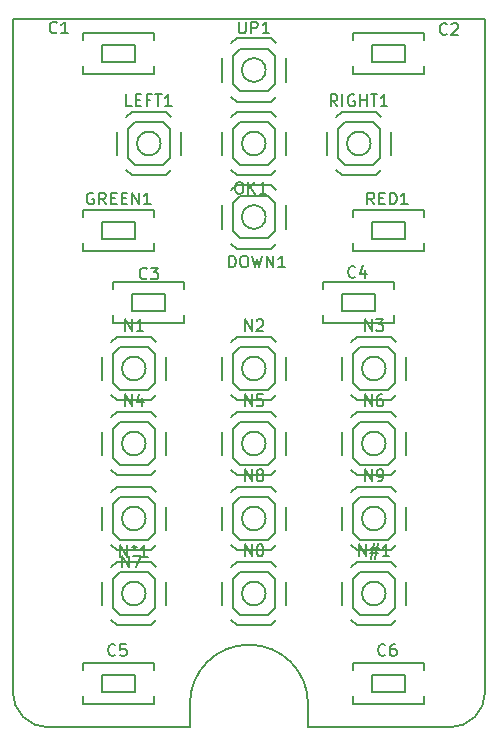
<source format=gto>
%TF.GenerationSoftware,KiCad,Pcbnew,4.0.4-stable*%
%TF.CreationDate,2017-01-23T22:58:05+02:00*%
%TF.ProjectId,keypad_prototype,6B65797061645F70726F746F74797065,rev?*%
%TF.FileFunction,Legend,Top*%
%FSLAX46Y46*%
G04 Gerber Fmt 4.6, Leading zero omitted, Abs format (unit mm)*
G04 Created by KiCad (PCBNEW 4.0.4-stable) date 01/23/17 22:58:05*
%MOMM*%
%LPD*%
G01*
G04 APERTURE LIST*
%ADD10C,0.100000*%
%ADD11C,0.150000*%
G04 APERTURE END LIST*
D10*
D11*
X169910000Y-121793000D02*
G75*
G03X169910000Y-121793000I-1000000J0D01*
G01*
X167710000Y-119993000D02*
X170110000Y-119993000D01*
X167110000Y-120593000D02*
X167710000Y-119993000D01*
X167110000Y-122993000D02*
X167110000Y-120593000D01*
X167710000Y-123593000D02*
X167110000Y-122993000D01*
X170110000Y-123593000D02*
X167710000Y-123593000D01*
X170710000Y-122993000D02*
X170110000Y-123593000D01*
X170710000Y-120593000D02*
X170710000Y-122993000D01*
X170110000Y-119993000D02*
X170710000Y-120593000D01*
X167460000Y-119093000D02*
X170360000Y-119093000D01*
X167010000Y-119543000D02*
X167460000Y-119093000D01*
X166210000Y-122793000D02*
X166210000Y-120793000D01*
X167460000Y-124493000D02*
X167010000Y-124043000D01*
X170360000Y-124493000D02*
X167460000Y-124493000D01*
X170810000Y-124043000D02*
X170360000Y-124493000D01*
X171610000Y-120793000D02*
X171610000Y-122793000D01*
X170360000Y-119093000D02*
X170810000Y-119543000D01*
X161020000Y-115570000D02*
G75*
G03X161020000Y-115570000I-1000000J0D01*
G01*
X158820000Y-113770000D02*
X161220000Y-113770000D01*
X158220000Y-114370000D02*
X158820000Y-113770000D01*
X158220000Y-116770000D02*
X158220000Y-114370000D01*
X158820000Y-117370000D02*
X158220000Y-116770000D01*
X161220000Y-117370000D02*
X158820000Y-117370000D01*
X161820000Y-116770000D02*
X161220000Y-117370000D01*
X161820000Y-114370000D02*
X161820000Y-116770000D01*
X161220000Y-113770000D02*
X161820000Y-114370000D01*
X158570000Y-112870000D02*
X161470000Y-112870000D01*
X158120000Y-113320000D02*
X158570000Y-112870000D01*
X157320000Y-116570000D02*
X157320000Y-114570000D01*
X158570000Y-118270000D02*
X158120000Y-117820000D01*
X161470000Y-118270000D02*
X158570000Y-118270000D01*
X161920000Y-117820000D02*
X161470000Y-118270000D01*
X162720000Y-114570000D02*
X162720000Y-116570000D01*
X161470000Y-112870000D02*
X161920000Y-113320000D01*
X180070000Y-153670000D02*
G75*
G03X180070000Y-153670000I-1000000J0D01*
G01*
X177870000Y-151870000D02*
X180270000Y-151870000D01*
X177270000Y-152470000D02*
X177870000Y-151870000D01*
X177270000Y-154870000D02*
X177270000Y-152470000D01*
X177870000Y-155470000D02*
X177270000Y-154870000D01*
X180270000Y-155470000D02*
X177870000Y-155470000D01*
X180870000Y-154870000D02*
X180270000Y-155470000D01*
X180870000Y-152470000D02*
X180870000Y-154870000D01*
X180270000Y-151870000D02*
X180870000Y-152470000D01*
X177620000Y-150970000D02*
X180520000Y-150970000D01*
X177170000Y-151420000D02*
X177620000Y-150970000D01*
X176370000Y-154670000D02*
X176370000Y-152670000D01*
X177620000Y-156370000D02*
X177170000Y-155920000D01*
X180520000Y-156370000D02*
X177620000Y-156370000D01*
X180970000Y-155920000D02*
X180520000Y-156370000D01*
X181770000Y-152670000D02*
X181770000Y-154670000D01*
X180520000Y-150970000D02*
X180970000Y-151420000D01*
X159750000Y-153670000D02*
G75*
G03X159750000Y-153670000I-1000000J0D01*
G01*
X157550000Y-151870000D02*
X159950000Y-151870000D01*
X156950000Y-152470000D02*
X157550000Y-151870000D01*
X156950000Y-154870000D02*
X156950000Y-152470000D01*
X157550000Y-155470000D02*
X156950000Y-154870000D01*
X159950000Y-155470000D02*
X157550000Y-155470000D01*
X160550000Y-154870000D02*
X159950000Y-155470000D01*
X160550000Y-152470000D02*
X160550000Y-154870000D01*
X159950000Y-151870000D02*
X160550000Y-152470000D01*
X157300000Y-150970000D02*
X160200000Y-150970000D01*
X156850000Y-151420000D02*
X157300000Y-150970000D01*
X156050000Y-154670000D02*
X156050000Y-152670000D01*
X157300000Y-156370000D02*
X156850000Y-155920000D01*
X160200000Y-156370000D02*
X157300000Y-156370000D01*
X160650000Y-155920000D02*
X160200000Y-156370000D01*
X161450000Y-152670000D02*
X161450000Y-154670000D01*
X160200000Y-150970000D02*
X160650000Y-151420000D01*
X169910000Y-153670000D02*
G75*
G03X169910000Y-153670000I-1000000J0D01*
G01*
X167710000Y-151870000D02*
X170110000Y-151870000D01*
X167110000Y-152470000D02*
X167710000Y-151870000D01*
X167110000Y-154870000D02*
X167110000Y-152470000D01*
X167710000Y-155470000D02*
X167110000Y-154870000D01*
X170110000Y-155470000D02*
X167710000Y-155470000D01*
X170710000Y-154870000D02*
X170110000Y-155470000D01*
X170710000Y-152470000D02*
X170710000Y-154870000D01*
X170110000Y-151870000D02*
X170710000Y-152470000D01*
X167460000Y-150970000D02*
X170360000Y-150970000D01*
X167010000Y-151420000D02*
X167460000Y-150970000D01*
X166210000Y-154670000D02*
X166210000Y-152670000D01*
X167460000Y-156370000D02*
X167010000Y-155920000D01*
X170360000Y-156370000D02*
X167460000Y-156370000D01*
X170810000Y-155920000D02*
X170360000Y-156370000D01*
X171610000Y-152670000D02*
X171610000Y-154670000D01*
X170360000Y-150970000D02*
X170810000Y-151420000D01*
X159750000Y-134620000D02*
G75*
G03X159750000Y-134620000I-1000000J0D01*
G01*
X157550000Y-132820000D02*
X159950000Y-132820000D01*
X156950000Y-133420000D02*
X157550000Y-132820000D01*
X156950000Y-135820000D02*
X156950000Y-133420000D01*
X157550000Y-136420000D02*
X156950000Y-135820000D01*
X159950000Y-136420000D02*
X157550000Y-136420000D01*
X160550000Y-135820000D02*
X159950000Y-136420000D01*
X160550000Y-133420000D02*
X160550000Y-135820000D01*
X159950000Y-132820000D02*
X160550000Y-133420000D01*
X157300000Y-131920000D02*
X160200000Y-131920000D01*
X156850000Y-132370000D02*
X157300000Y-131920000D01*
X156050000Y-135620000D02*
X156050000Y-133620000D01*
X157300000Y-137320000D02*
X156850000Y-136870000D01*
X160200000Y-137320000D02*
X157300000Y-137320000D01*
X160650000Y-136870000D02*
X160200000Y-137320000D01*
X161450000Y-133620000D02*
X161450000Y-135620000D01*
X160200000Y-131920000D02*
X160650000Y-132370000D01*
X169910000Y-134620000D02*
G75*
G03X169910000Y-134620000I-1000000J0D01*
G01*
X167710000Y-132820000D02*
X170110000Y-132820000D01*
X167110000Y-133420000D02*
X167710000Y-132820000D01*
X167110000Y-135820000D02*
X167110000Y-133420000D01*
X167710000Y-136420000D02*
X167110000Y-135820000D01*
X170110000Y-136420000D02*
X167710000Y-136420000D01*
X170710000Y-135820000D02*
X170110000Y-136420000D01*
X170710000Y-133420000D02*
X170710000Y-135820000D01*
X170110000Y-132820000D02*
X170710000Y-133420000D01*
X167460000Y-131920000D02*
X170360000Y-131920000D01*
X167010000Y-132370000D02*
X167460000Y-131920000D01*
X166210000Y-135620000D02*
X166210000Y-133620000D01*
X167460000Y-137320000D02*
X167010000Y-136870000D01*
X170360000Y-137320000D02*
X167460000Y-137320000D01*
X170810000Y-136870000D02*
X170360000Y-137320000D01*
X171610000Y-133620000D02*
X171610000Y-135620000D01*
X170360000Y-131920000D02*
X170810000Y-132370000D01*
X180070000Y-134620000D02*
G75*
G03X180070000Y-134620000I-1000000J0D01*
G01*
X177870000Y-132820000D02*
X180270000Y-132820000D01*
X177270000Y-133420000D02*
X177870000Y-132820000D01*
X177270000Y-135820000D02*
X177270000Y-133420000D01*
X177870000Y-136420000D02*
X177270000Y-135820000D01*
X180270000Y-136420000D02*
X177870000Y-136420000D01*
X180870000Y-135820000D02*
X180270000Y-136420000D01*
X180870000Y-133420000D02*
X180870000Y-135820000D01*
X180270000Y-132820000D02*
X180870000Y-133420000D01*
X177620000Y-131920000D02*
X180520000Y-131920000D01*
X177170000Y-132370000D02*
X177620000Y-131920000D01*
X176370000Y-135620000D02*
X176370000Y-133620000D01*
X177620000Y-137320000D02*
X177170000Y-136870000D01*
X180520000Y-137320000D02*
X177620000Y-137320000D01*
X180970000Y-136870000D02*
X180520000Y-137320000D01*
X181770000Y-133620000D02*
X181770000Y-135620000D01*
X180520000Y-131920000D02*
X180970000Y-132370000D01*
X159750000Y-140970000D02*
G75*
G03X159750000Y-140970000I-1000000J0D01*
G01*
X157550000Y-139170000D02*
X159950000Y-139170000D01*
X156950000Y-139770000D02*
X157550000Y-139170000D01*
X156950000Y-142170000D02*
X156950000Y-139770000D01*
X157550000Y-142770000D02*
X156950000Y-142170000D01*
X159950000Y-142770000D02*
X157550000Y-142770000D01*
X160550000Y-142170000D02*
X159950000Y-142770000D01*
X160550000Y-139770000D02*
X160550000Y-142170000D01*
X159950000Y-139170000D02*
X160550000Y-139770000D01*
X157300000Y-138270000D02*
X160200000Y-138270000D01*
X156850000Y-138720000D02*
X157300000Y-138270000D01*
X156050000Y-141970000D02*
X156050000Y-139970000D01*
X157300000Y-143670000D02*
X156850000Y-143220000D01*
X160200000Y-143670000D02*
X157300000Y-143670000D01*
X160650000Y-143220000D02*
X160200000Y-143670000D01*
X161450000Y-139970000D02*
X161450000Y-141970000D01*
X160200000Y-138270000D02*
X160650000Y-138720000D01*
X169910000Y-140970000D02*
G75*
G03X169910000Y-140970000I-1000000J0D01*
G01*
X167710000Y-139170000D02*
X170110000Y-139170000D01*
X167110000Y-139770000D02*
X167710000Y-139170000D01*
X167110000Y-142170000D02*
X167110000Y-139770000D01*
X167710000Y-142770000D02*
X167110000Y-142170000D01*
X170110000Y-142770000D02*
X167710000Y-142770000D01*
X170710000Y-142170000D02*
X170110000Y-142770000D01*
X170710000Y-139770000D02*
X170710000Y-142170000D01*
X170110000Y-139170000D02*
X170710000Y-139770000D01*
X167460000Y-138270000D02*
X170360000Y-138270000D01*
X167010000Y-138720000D02*
X167460000Y-138270000D01*
X166210000Y-141970000D02*
X166210000Y-139970000D01*
X167460000Y-143670000D02*
X167010000Y-143220000D01*
X170360000Y-143670000D02*
X167460000Y-143670000D01*
X170810000Y-143220000D02*
X170360000Y-143670000D01*
X171610000Y-139970000D02*
X171610000Y-141970000D01*
X170360000Y-138270000D02*
X170810000Y-138720000D01*
X180070000Y-140970000D02*
G75*
G03X180070000Y-140970000I-1000000J0D01*
G01*
X177870000Y-139170000D02*
X180270000Y-139170000D01*
X177270000Y-139770000D02*
X177870000Y-139170000D01*
X177270000Y-142170000D02*
X177270000Y-139770000D01*
X177870000Y-142770000D02*
X177270000Y-142170000D01*
X180270000Y-142770000D02*
X177870000Y-142770000D01*
X180870000Y-142170000D02*
X180270000Y-142770000D01*
X180870000Y-139770000D02*
X180870000Y-142170000D01*
X180270000Y-139170000D02*
X180870000Y-139770000D01*
X177620000Y-138270000D02*
X180520000Y-138270000D01*
X177170000Y-138720000D02*
X177620000Y-138270000D01*
X176370000Y-141970000D02*
X176370000Y-139970000D01*
X177620000Y-143670000D02*
X177170000Y-143220000D01*
X180520000Y-143670000D02*
X177620000Y-143670000D01*
X180970000Y-143220000D02*
X180520000Y-143670000D01*
X181770000Y-139970000D02*
X181770000Y-141970000D01*
X180520000Y-138270000D02*
X180970000Y-138720000D01*
X159750000Y-147320000D02*
G75*
G03X159750000Y-147320000I-1000000J0D01*
G01*
X157550000Y-145520000D02*
X159950000Y-145520000D01*
X156950000Y-146120000D02*
X157550000Y-145520000D01*
X156950000Y-148520000D02*
X156950000Y-146120000D01*
X157550000Y-149120000D02*
X156950000Y-148520000D01*
X159950000Y-149120000D02*
X157550000Y-149120000D01*
X160550000Y-148520000D02*
X159950000Y-149120000D01*
X160550000Y-146120000D02*
X160550000Y-148520000D01*
X159950000Y-145520000D02*
X160550000Y-146120000D01*
X157300000Y-144620000D02*
X160200000Y-144620000D01*
X156850000Y-145070000D02*
X157300000Y-144620000D01*
X156050000Y-148320000D02*
X156050000Y-146320000D01*
X157300000Y-150020000D02*
X156850000Y-149570000D01*
X160200000Y-150020000D02*
X157300000Y-150020000D01*
X160650000Y-149570000D02*
X160200000Y-150020000D01*
X161450000Y-146320000D02*
X161450000Y-148320000D01*
X160200000Y-144620000D02*
X160650000Y-145070000D01*
X169910000Y-147320000D02*
G75*
G03X169910000Y-147320000I-1000000J0D01*
G01*
X167710000Y-145520000D02*
X170110000Y-145520000D01*
X167110000Y-146120000D02*
X167710000Y-145520000D01*
X167110000Y-148520000D02*
X167110000Y-146120000D01*
X167710000Y-149120000D02*
X167110000Y-148520000D01*
X170110000Y-149120000D02*
X167710000Y-149120000D01*
X170710000Y-148520000D02*
X170110000Y-149120000D01*
X170710000Y-146120000D02*
X170710000Y-148520000D01*
X170110000Y-145520000D02*
X170710000Y-146120000D01*
X167460000Y-144620000D02*
X170360000Y-144620000D01*
X167010000Y-145070000D02*
X167460000Y-144620000D01*
X166210000Y-148320000D02*
X166210000Y-146320000D01*
X167460000Y-150020000D02*
X167010000Y-149570000D01*
X170360000Y-150020000D02*
X167460000Y-150020000D01*
X170810000Y-149570000D02*
X170360000Y-150020000D01*
X171610000Y-146320000D02*
X171610000Y-148320000D01*
X170360000Y-144620000D02*
X170810000Y-145070000D01*
X180070000Y-147320000D02*
G75*
G03X180070000Y-147320000I-1000000J0D01*
G01*
X177870000Y-145520000D02*
X180270000Y-145520000D01*
X177270000Y-146120000D02*
X177870000Y-145520000D01*
X177270000Y-148520000D02*
X177270000Y-146120000D01*
X177870000Y-149120000D02*
X177270000Y-148520000D01*
X180270000Y-149120000D02*
X177870000Y-149120000D01*
X180870000Y-148520000D02*
X180270000Y-149120000D01*
X180870000Y-146120000D02*
X180870000Y-148520000D01*
X180270000Y-145520000D02*
X180870000Y-146120000D01*
X177620000Y-144620000D02*
X180520000Y-144620000D01*
X177170000Y-145070000D02*
X177620000Y-144620000D01*
X176370000Y-148320000D02*
X176370000Y-146320000D01*
X177620000Y-150020000D02*
X177170000Y-149570000D01*
X180520000Y-150020000D02*
X177620000Y-150020000D01*
X180970000Y-149570000D02*
X180520000Y-150020000D01*
X181770000Y-146320000D02*
X181770000Y-148320000D01*
X180520000Y-144620000D02*
X180970000Y-145070000D01*
X169910000Y-115570000D02*
G75*
G03X169910000Y-115570000I-1000000J0D01*
G01*
X167710000Y-113770000D02*
X170110000Y-113770000D01*
X167110000Y-114370000D02*
X167710000Y-113770000D01*
X167110000Y-116770000D02*
X167110000Y-114370000D01*
X167710000Y-117370000D02*
X167110000Y-116770000D01*
X170110000Y-117370000D02*
X167710000Y-117370000D01*
X170710000Y-116770000D02*
X170110000Y-117370000D01*
X170710000Y-114370000D02*
X170710000Y-116770000D01*
X170110000Y-113770000D02*
X170710000Y-114370000D01*
X167460000Y-112870000D02*
X170360000Y-112870000D01*
X167010000Y-113320000D02*
X167460000Y-112870000D01*
X166210000Y-116570000D02*
X166210000Y-114570000D01*
X167460000Y-118270000D02*
X167010000Y-117820000D01*
X170360000Y-118270000D02*
X167460000Y-118270000D01*
X170810000Y-117820000D02*
X170360000Y-118270000D01*
X171610000Y-114570000D02*
X171610000Y-116570000D01*
X170360000Y-112870000D02*
X170810000Y-113320000D01*
X178800000Y-115570000D02*
G75*
G03X178800000Y-115570000I-1000000J0D01*
G01*
X176600000Y-113770000D02*
X179000000Y-113770000D01*
X176000000Y-114370000D02*
X176600000Y-113770000D01*
X176000000Y-116770000D02*
X176000000Y-114370000D01*
X176600000Y-117370000D02*
X176000000Y-116770000D01*
X179000000Y-117370000D02*
X176600000Y-117370000D01*
X179600000Y-116770000D02*
X179000000Y-117370000D01*
X179600000Y-114370000D02*
X179600000Y-116770000D01*
X179000000Y-113770000D02*
X179600000Y-114370000D01*
X176350000Y-112870000D02*
X179250000Y-112870000D01*
X175900000Y-113320000D02*
X176350000Y-112870000D01*
X175100000Y-116570000D02*
X175100000Y-114570000D01*
X176350000Y-118270000D02*
X175900000Y-117820000D01*
X179250000Y-118270000D02*
X176350000Y-118270000D01*
X179700000Y-117820000D02*
X179250000Y-118270000D01*
X180500000Y-114570000D02*
X180500000Y-116570000D01*
X179250000Y-112870000D02*
X179700000Y-113320000D01*
X169910000Y-109347000D02*
G75*
G03X169910000Y-109347000I-1000000J0D01*
G01*
X170110000Y-111147000D02*
X167710000Y-111147000D01*
X170710000Y-110547000D02*
X170110000Y-111147000D01*
X170710000Y-108147000D02*
X170710000Y-110547000D01*
X170110000Y-107547000D02*
X170710000Y-108147000D01*
X167710000Y-107547000D02*
X170110000Y-107547000D01*
X167110000Y-108147000D02*
X167710000Y-107547000D01*
X167110000Y-110547000D02*
X167110000Y-108147000D01*
X167710000Y-111147000D02*
X167110000Y-110547000D01*
X170360000Y-112047000D02*
X167460000Y-112047000D01*
X170810000Y-111597000D02*
X170360000Y-112047000D01*
X171610000Y-108347000D02*
X171610000Y-110347000D01*
X170360000Y-106647000D02*
X170810000Y-107097000D01*
X167460000Y-106647000D02*
X170360000Y-106647000D01*
X167010000Y-107097000D02*
X167460000Y-106647000D01*
X166210000Y-110347000D02*
X166210000Y-108347000D01*
X167460000Y-112047000D02*
X167010000Y-111597000D01*
X185501100Y-165003600D02*
G75*
G03X188501100Y-162003600I0J3000000D01*
G01*
X148501100Y-162003600D02*
G75*
G03X151501100Y-165003600I3000000J0D01*
G01*
X173501100Y-163003600D02*
G75*
G03X163501100Y-163003600I-5000000J0D01*
G01*
X185501100Y-165003600D02*
X173501100Y-165003600D01*
X173501100Y-165003600D02*
X173501100Y-163003600D01*
X151501100Y-165003600D02*
X163501100Y-165003600D01*
X163501100Y-165003600D02*
X163501100Y-163003600D01*
X148501100Y-105003600D02*
X148501100Y-162003600D01*
X148501100Y-105003600D02*
X188501100Y-105003600D01*
X188501100Y-105003600D02*
X188501100Y-162003600D01*
X158880000Y-108650000D02*
X156080000Y-108650000D01*
X156080000Y-108650000D02*
X156080000Y-107250000D01*
X156080000Y-107250000D02*
X158880000Y-107250000D01*
X158880000Y-107250000D02*
X158880000Y-108650000D01*
X154480000Y-109700000D02*
X154480000Y-109050000D01*
X154480000Y-106200000D02*
X154480000Y-106850000D01*
X160480000Y-106850000D02*
X160480000Y-106200000D01*
X160480000Y-109700000D02*
X160480000Y-109050000D01*
X154480000Y-109700000D02*
X160480000Y-109700000D01*
X160480000Y-106200000D02*
X154480000Y-106200000D01*
X178940000Y-107250000D02*
X181740000Y-107250000D01*
X181740000Y-107250000D02*
X181740000Y-108650000D01*
X181740000Y-108650000D02*
X178940000Y-108650000D01*
X178940000Y-108650000D02*
X178940000Y-107250000D01*
X183340000Y-106200000D02*
X183340000Y-106850000D01*
X183340000Y-109700000D02*
X183340000Y-109050000D01*
X177340000Y-109050000D02*
X177340000Y-109700000D01*
X177340000Y-106200000D02*
X177340000Y-106850000D01*
X183340000Y-106200000D02*
X177340000Y-106200000D01*
X177340000Y-109700000D02*
X183340000Y-109700000D01*
X158620000Y-128332000D02*
X161420000Y-128332000D01*
X161420000Y-128332000D02*
X161420000Y-129732000D01*
X161420000Y-129732000D02*
X158620000Y-129732000D01*
X158620000Y-129732000D02*
X158620000Y-128332000D01*
X163020000Y-127282000D02*
X163020000Y-127932000D01*
X163020000Y-130782000D02*
X163020000Y-130132000D01*
X157020000Y-130132000D02*
X157020000Y-130782000D01*
X157020000Y-127282000D02*
X157020000Y-127932000D01*
X163020000Y-127282000D02*
X157020000Y-127282000D01*
X157020000Y-130782000D02*
X163020000Y-130782000D01*
X176400000Y-128332000D02*
X179200000Y-128332000D01*
X179200000Y-128332000D02*
X179200000Y-129732000D01*
X179200000Y-129732000D02*
X176400000Y-129732000D01*
X176400000Y-129732000D02*
X176400000Y-128332000D01*
X180800000Y-127282000D02*
X180800000Y-127932000D01*
X180800000Y-130782000D02*
X180800000Y-130132000D01*
X174800000Y-130132000D02*
X174800000Y-130782000D01*
X174800000Y-127282000D02*
X174800000Y-127932000D01*
X180800000Y-127282000D02*
X174800000Y-127282000D01*
X174800000Y-130782000D02*
X180800000Y-130782000D01*
X156080000Y-160590000D02*
X158880000Y-160590000D01*
X158880000Y-160590000D02*
X158880000Y-161990000D01*
X158880000Y-161990000D02*
X156080000Y-161990000D01*
X156080000Y-161990000D02*
X156080000Y-160590000D01*
X160480000Y-159540000D02*
X160480000Y-160190000D01*
X160480000Y-163040000D02*
X160480000Y-162390000D01*
X154480000Y-162390000D02*
X154480000Y-163040000D01*
X154480000Y-159540000D02*
X154480000Y-160190000D01*
X160480000Y-159540000D02*
X154480000Y-159540000D01*
X154480000Y-163040000D02*
X160480000Y-163040000D01*
X178940000Y-160590000D02*
X181740000Y-160590000D01*
X181740000Y-160590000D02*
X181740000Y-161990000D01*
X181740000Y-161990000D02*
X178940000Y-161990000D01*
X178940000Y-161990000D02*
X178940000Y-160590000D01*
X183340000Y-159540000D02*
X183340000Y-160190000D01*
X183340000Y-163040000D02*
X183340000Y-162390000D01*
X177340000Y-162390000D02*
X177340000Y-163040000D01*
X177340000Y-159540000D02*
X177340000Y-160190000D01*
X183340000Y-159540000D02*
X177340000Y-159540000D01*
X177340000Y-163040000D02*
X183340000Y-163040000D01*
X156080000Y-122236000D02*
X158880000Y-122236000D01*
X158880000Y-122236000D02*
X158880000Y-123636000D01*
X158880000Y-123636000D02*
X156080000Y-123636000D01*
X156080000Y-123636000D02*
X156080000Y-122236000D01*
X160480000Y-121186000D02*
X160480000Y-121836000D01*
X160480000Y-124686000D02*
X160480000Y-124036000D01*
X154480000Y-124036000D02*
X154480000Y-124686000D01*
X154480000Y-121186000D02*
X154480000Y-121836000D01*
X160480000Y-121186000D02*
X154480000Y-121186000D01*
X154480000Y-124686000D02*
X160480000Y-124686000D01*
X178940000Y-122236000D02*
X181740000Y-122236000D01*
X181740000Y-122236000D02*
X181740000Y-123636000D01*
X181740000Y-123636000D02*
X178940000Y-123636000D01*
X178940000Y-123636000D02*
X178940000Y-122236000D01*
X183340000Y-121186000D02*
X183340000Y-121836000D01*
X183340000Y-124686000D02*
X183340000Y-124036000D01*
X177340000Y-124036000D02*
X177340000Y-124686000D01*
X177340000Y-121186000D02*
X177340000Y-121836000D01*
X183340000Y-121186000D02*
X177340000Y-121186000D01*
X177340000Y-124686000D02*
X183340000Y-124686000D01*
X166806857Y-126055381D02*
X166806857Y-125055381D01*
X167044952Y-125055381D01*
X167187810Y-125103000D01*
X167283048Y-125198238D01*
X167330667Y-125293476D01*
X167378286Y-125483952D01*
X167378286Y-125626810D01*
X167330667Y-125817286D01*
X167283048Y-125912524D01*
X167187810Y-126007762D01*
X167044952Y-126055381D01*
X166806857Y-126055381D01*
X167997333Y-125055381D02*
X168187810Y-125055381D01*
X168283048Y-125103000D01*
X168378286Y-125198238D01*
X168425905Y-125388714D01*
X168425905Y-125722048D01*
X168378286Y-125912524D01*
X168283048Y-126007762D01*
X168187810Y-126055381D01*
X167997333Y-126055381D01*
X167902095Y-126007762D01*
X167806857Y-125912524D01*
X167759238Y-125722048D01*
X167759238Y-125388714D01*
X167806857Y-125198238D01*
X167902095Y-125103000D01*
X167997333Y-125055381D01*
X168759238Y-125055381D02*
X168997333Y-126055381D01*
X169187810Y-125341095D01*
X169378286Y-126055381D01*
X169616381Y-125055381D01*
X169997333Y-126055381D02*
X169997333Y-125055381D01*
X170568762Y-126055381D01*
X170568762Y-125055381D01*
X171568762Y-126055381D02*
X170997333Y-126055381D01*
X171283047Y-126055381D02*
X171283047Y-125055381D01*
X171187809Y-125198238D01*
X171092571Y-125293476D01*
X170997333Y-125341095D01*
X158591429Y-112422381D02*
X158115238Y-112422381D01*
X158115238Y-111422381D01*
X158924762Y-111898571D02*
X159258096Y-111898571D01*
X159400953Y-112422381D02*
X158924762Y-112422381D01*
X158924762Y-111422381D01*
X159400953Y-111422381D01*
X160162858Y-111898571D02*
X159829524Y-111898571D01*
X159829524Y-112422381D02*
X159829524Y-111422381D01*
X160305715Y-111422381D01*
X160543810Y-111422381D02*
X161115239Y-111422381D01*
X160829524Y-112422381D02*
X160829524Y-111422381D01*
X161972382Y-112422381D02*
X161400953Y-112422381D01*
X161686667Y-112422381D02*
X161686667Y-111422381D01*
X161591429Y-111565238D01*
X161496191Y-111660476D01*
X161400953Y-111708095D01*
X177808095Y-150522381D02*
X177808095Y-149522381D01*
X178379524Y-150522381D01*
X178379524Y-149522381D01*
X178808095Y-149855714D02*
X179522381Y-149855714D01*
X179093809Y-149427143D02*
X178808095Y-150712857D01*
X179427143Y-150284286D02*
X178712857Y-150284286D01*
X179141429Y-150712857D02*
X179427143Y-149427143D01*
X180379524Y-150522381D02*
X179808095Y-150522381D01*
X180093809Y-150522381D02*
X180093809Y-149522381D01*
X179998571Y-149665238D01*
X179903333Y-149760476D01*
X179808095Y-149808095D01*
X157607143Y-150566381D02*
X157607143Y-149566381D01*
X158178572Y-150566381D01*
X158178572Y-149566381D01*
X158797619Y-149566381D02*
X158797619Y-149804476D01*
X158559524Y-149709238D02*
X158797619Y-149804476D01*
X159035715Y-149709238D01*
X158654762Y-149994952D02*
X158797619Y-149804476D01*
X158940477Y-149994952D01*
X159940477Y-150566381D02*
X159369048Y-150566381D01*
X159654762Y-150566381D02*
X159654762Y-149566381D01*
X159559524Y-149709238D01*
X159464286Y-149804476D01*
X159369048Y-149852095D01*
X168148095Y-150522381D02*
X168148095Y-149522381D01*
X168719524Y-150522381D01*
X168719524Y-149522381D01*
X169386190Y-149522381D02*
X169481429Y-149522381D01*
X169576667Y-149570000D01*
X169624286Y-149617619D01*
X169671905Y-149712857D01*
X169719524Y-149903333D01*
X169719524Y-150141429D01*
X169671905Y-150331905D01*
X169624286Y-150427143D01*
X169576667Y-150474762D01*
X169481429Y-150522381D01*
X169386190Y-150522381D01*
X169290952Y-150474762D01*
X169243333Y-150427143D01*
X169195714Y-150331905D01*
X169148095Y-150141429D01*
X169148095Y-149903333D01*
X169195714Y-149712857D01*
X169243333Y-149617619D01*
X169290952Y-149570000D01*
X169386190Y-149522381D01*
X157988095Y-131472381D02*
X157988095Y-130472381D01*
X158559524Y-131472381D01*
X158559524Y-130472381D01*
X159559524Y-131472381D02*
X158988095Y-131472381D01*
X159273809Y-131472381D02*
X159273809Y-130472381D01*
X159178571Y-130615238D01*
X159083333Y-130710476D01*
X158988095Y-130758095D01*
X168148095Y-131472381D02*
X168148095Y-130472381D01*
X168719524Y-131472381D01*
X168719524Y-130472381D01*
X169148095Y-130567619D02*
X169195714Y-130520000D01*
X169290952Y-130472381D01*
X169529048Y-130472381D01*
X169624286Y-130520000D01*
X169671905Y-130567619D01*
X169719524Y-130662857D01*
X169719524Y-130758095D01*
X169671905Y-130900952D01*
X169100476Y-131472381D01*
X169719524Y-131472381D01*
X178308095Y-131472381D02*
X178308095Y-130472381D01*
X178879524Y-131472381D01*
X178879524Y-130472381D01*
X179260476Y-130472381D02*
X179879524Y-130472381D01*
X179546190Y-130853333D01*
X179689048Y-130853333D01*
X179784286Y-130900952D01*
X179831905Y-130948571D01*
X179879524Y-131043810D01*
X179879524Y-131281905D01*
X179831905Y-131377143D01*
X179784286Y-131424762D01*
X179689048Y-131472381D01*
X179403333Y-131472381D01*
X179308095Y-131424762D01*
X179260476Y-131377143D01*
X157988095Y-137822381D02*
X157988095Y-136822381D01*
X158559524Y-137822381D01*
X158559524Y-136822381D01*
X159464286Y-137155714D02*
X159464286Y-137822381D01*
X159226190Y-136774762D02*
X158988095Y-137489048D01*
X159607143Y-137489048D01*
X168148095Y-137822381D02*
X168148095Y-136822381D01*
X168719524Y-137822381D01*
X168719524Y-136822381D01*
X169671905Y-136822381D02*
X169195714Y-136822381D01*
X169148095Y-137298571D01*
X169195714Y-137250952D01*
X169290952Y-137203333D01*
X169529048Y-137203333D01*
X169624286Y-137250952D01*
X169671905Y-137298571D01*
X169719524Y-137393810D01*
X169719524Y-137631905D01*
X169671905Y-137727143D01*
X169624286Y-137774762D01*
X169529048Y-137822381D01*
X169290952Y-137822381D01*
X169195714Y-137774762D01*
X169148095Y-137727143D01*
X178308095Y-137822381D02*
X178308095Y-136822381D01*
X178879524Y-137822381D01*
X178879524Y-136822381D01*
X179784286Y-136822381D02*
X179593809Y-136822381D01*
X179498571Y-136870000D01*
X179450952Y-136917619D01*
X179355714Y-137060476D01*
X179308095Y-137250952D01*
X179308095Y-137631905D01*
X179355714Y-137727143D01*
X179403333Y-137774762D01*
X179498571Y-137822381D01*
X179689048Y-137822381D01*
X179784286Y-137774762D01*
X179831905Y-137727143D01*
X179879524Y-137631905D01*
X179879524Y-137393810D01*
X179831905Y-137298571D01*
X179784286Y-137250952D01*
X179689048Y-137203333D01*
X179498571Y-137203333D01*
X179403333Y-137250952D01*
X179355714Y-137298571D01*
X179308095Y-137393810D01*
X157734095Y-151455381D02*
X157734095Y-150455381D01*
X158305524Y-151455381D01*
X158305524Y-150455381D01*
X158686476Y-150455381D02*
X159353143Y-150455381D01*
X158924571Y-151455381D01*
X168148095Y-144172381D02*
X168148095Y-143172381D01*
X168719524Y-144172381D01*
X168719524Y-143172381D01*
X169338571Y-143600952D02*
X169243333Y-143553333D01*
X169195714Y-143505714D01*
X169148095Y-143410476D01*
X169148095Y-143362857D01*
X169195714Y-143267619D01*
X169243333Y-143220000D01*
X169338571Y-143172381D01*
X169529048Y-143172381D01*
X169624286Y-143220000D01*
X169671905Y-143267619D01*
X169719524Y-143362857D01*
X169719524Y-143410476D01*
X169671905Y-143505714D01*
X169624286Y-143553333D01*
X169529048Y-143600952D01*
X169338571Y-143600952D01*
X169243333Y-143648571D01*
X169195714Y-143696190D01*
X169148095Y-143791429D01*
X169148095Y-143981905D01*
X169195714Y-144077143D01*
X169243333Y-144124762D01*
X169338571Y-144172381D01*
X169529048Y-144172381D01*
X169624286Y-144124762D01*
X169671905Y-144077143D01*
X169719524Y-143981905D01*
X169719524Y-143791429D01*
X169671905Y-143696190D01*
X169624286Y-143648571D01*
X169529048Y-143600952D01*
X178308095Y-144172381D02*
X178308095Y-143172381D01*
X178879524Y-144172381D01*
X178879524Y-143172381D01*
X179403333Y-144172381D02*
X179593809Y-144172381D01*
X179689048Y-144124762D01*
X179736667Y-144077143D01*
X179831905Y-143934286D01*
X179879524Y-143743810D01*
X179879524Y-143362857D01*
X179831905Y-143267619D01*
X179784286Y-143220000D01*
X179689048Y-143172381D01*
X179498571Y-143172381D01*
X179403333Y-143220000D01*
X179355714Y-143267619D01*
X179308095Y-143362857D01*
X179308095Y-143600952D01*
X179355714Y-143696190D01*
X179403333Y-143743810D01*
X179498571Y-143791429D01*
X179689048Y-143791429D01*
X179784286Y-143743810D01*
X179831905Y-143696190D01*
X179879524Y-143600952D01*
X167584571Y-118832381D02*
X167775048Y-118832381D01*
X167870286Y-118880000D01*
X167965524Y-118975238D01*
X168013143Y-119165714D01*
X168013143Y-119499048D01*
X167965524Y-119689524D01*
X167870286Y-119784762D01*
X167775048Y-119832381D01*
X167584571Y-119832381D01*
X167489333Y-119784762D01*
X167394095Y-119689524D01*
X167346476Y-119499048D01*
X167346476Y-119165714D01*
X167394095Y-118975238D01*
X167489333Y-118880000D01*
X167584571Y-118832381D01*
X168441714Y-119832381D02*
X168441714Y-118832381D01*
X169013143Y-119832381D02*
X168584571Y-119260952D01*
X169013143Y-118832381D02*
X168441714Y-119403810D01*
X169965524Y-119832381D02*
X169394095Y-119832381D01*
X169679809Y-119832381D02*
X169679809Y-118832381D01*
X169584571Y-118975238D01*
X169489333Y-119070476D01*
X169394095Y-119118095D01*
X175990477Y-112422381D02*
X175657143Y-111946190D01*
X175419048Y-112422381D02*
X175419048Y-111422381D01*
X175800001Y-111422381D01*
X175895239Y-111470000D01*
X175942858Y-111517619D01*
X175990477Y-111612857D01*
X175990477Y-111755714D01*
X175942858Y-111850952D01*
X175895239Y-111898571D01*
X175800001Y-111946190D01*
X175419048Y-111946190D01*
X176419048Y-112422381D02*
X176419048Y-111422381D01*
X177419048Y-111470000D02*
X177323810Y-111422381D01*
X177180953Y-111422381D01*
X177038095Y-111470000D01*
X176942857Y-111565238D01*
X176895238Y-111660476D01*
X176847619Y-111850952D01*
X176847619Y-111993810D01*
X176895238Y-112184286D01*
X176942857Y-112279524D01*
X177038095Y-112374762D01*
X177180953Y-112422381D01*
X177276191Y-112422381D01*
X177419048Y-112374762D01*
X177466667Y-112327143D01*
X177466667Y-111993810D01*
X177276191Y-111993810D01*
X177895238Y-112422381D02*
X177895238Y-111422381D01*
X177895238Y-111898571D02*
X178466667Y-111898571D01*
X178466667Y-112422381D02*
X178466667Y-111422381D01*
X178800000Y-111422381D02*
X179371429Y-111422381D01*
X179085714Y-112422381D02*
X179085714Y-111422381D01*
X180228572Y-112422381D02*
X179657143Y-112422381D01*
X179942857Y-112422381D02*
X179942857Y-111422381D01*
X179847619Y-111565238D01*
X179752381Y-111660476D01*
X179657143Y-111708095D01*
X167648095Y-105243381D02*
X167648095Y-106052905D01*
X167695714Y-106148143D01*
X167743333Y-106195762D01*
X167838571Y-106243381D01*
X168029048Y-106243381D01*
X168124286Y-106195762D01*
X168171905Y-106148143D01*
X168219524Y-106052905D01*
X168219524Y-105243381D01*
X168695714Y-106243381D02*
X168695714Y-105243381D01*
X169076667Y-105243381D01*
X169171905Y-105291000D01*
X169219524Y-105338619D01*
X169267143Y-105433857D01*
X169267143Y-105576714D01*
X169219524Y-105671952D01*
X169171905Y-105719571D01*
X169076667Y-105767190D01*
X168695714Y-105767190D01*
X170219524Y-106243381D02*
X169648095Y-106243381D01*
X169933809Y-106243381D02*
X169933809Y-105243381D01*
X169838571Y-105386238D01*
X169743333Y-105481476D01*
X169648095Y-105529095D01*
X152233334Y-106148143D02*
X152185715Y-106195762D01*
X152042858Y-106243381D01*
X151947620Y-106243381D01*
X151804762Y-106195762D01*
X151709524Y-106100524D01*
X151661905Y-106005286D01*
X151614286Y-105814810D01*
X151614286Y-105671952D01*
X151661905Y-105481476D01*
X151709524Y-105386238D01*
X151804762Y-105291000D01*
X151947620Y-105243381D01*
X152042858Y-105243381D01*
X152185715Y-105291000D01*
X152233334Y-105338619D01*
X153185715Y-106243381D02*
X152614286Y-106243381D01*
X152900000Y-106243381D02*
X152900000Y-105243381D01*
X152804762Y-105386238D01*
X152709524Y-105481476D01*
X152614286Y-105529095D01*
X185253334Y-106275143D02*
X185205715Y-106322762D01*
X185062858Y-106370381D01*
X184967620Y-106370381D01*
X184824762Y-106322762D01*
X184729524Y-106227524D01*
X184681905Y-106132286D01*
X184634286Y-105941810D01*
X184634286Y-105798952D01*
X184681905Y-105608476D01*
X184729524Y-105513238D01*
X184824762Y-105418000D01*
X184967620Y-105370381D01*
X185062858Y-105370381D01*
X185205715Y-105418000D01*
X185253334Y-105465619D01*
X185634286Y-105465619D02*
X185681905Y-105418000D01*
X185777143Y-105370381D01*
X186015239Y-105370381D01*
X186110477Y-105418000D01*
X186158096Y-105465619D01*
X186205715Y-105560857D01*
X186205715Y-105656095D01*
X186158096Y-105798952D01*
X185586667Y-106370381D01*
X186205715Y-106370381D01*
X159853334Y-126976143D02*
X159805715Y-127023762D01*
X159662858Y-127071381D01*
X159567620Y-127071381D01*
X159424762Y-127023762D01*
X159329524Y-126928524D01*
X159281905Y-126833286D01*
X159234286Y-126642810D01*
X159234286Y-126499952D01*
X159281905Y-126309476D01*
X159329524Y-126214238D01*
X159424762Y-126119000D01*
X159567620Y-126071381D01*
X159662858Y-126071381D01*
X159805715Y-126119000D01*
X159853334Y-126166619D01*
X160186667Y-126071381D02*
X160805715Y-126071381D01*
X160472381Y-126452333D01*
X160615239Y-126452333D01*
X160710477Y-126499952D01*
X160758096Y-126547571D01*
X160805715Y-126642810D01*
X160805715Y-126880905D01*
X160758096Y-126976143D01*
X160710477Y-127023762D01*
X160615239Y-127071381D01*
X160329524Y-127071381D01*
X160234286Y-127023762D01*
X160186667Y-126976143D01*
X177506334Y-126849143D02*
X177458715Y-126896762D01*
X177315858Y-126944381D01*
X177220620Y-126944381D01*
X177077762Y-126896762D01*
X176982524Y-126801524D01*
X176934905Y-126706286D01*
X176887286Y-126515810D01*
X176887286Y-126372952D01*
X176934905Y-126182476D01*
X176982524Y-126087238D01*
X177077762Y-125992000D01*
X177220620Y-125944381D01*
X177315858Y-125944381D01*
X177458715Y-125992000D01*
X177506334Y-126039619D01*
X178363477Y-126277714D02*
X178363477Y-126944381D01*
X178125381Y-125896762D02*
X177887286Y-126611048D01*
X178506334Y-126611048D01*
X157186334Y-158853143D02*
X157138715Y-158900762D01*
X156995858Y-158948381D01*
X156900620Y-158948381D01*
X156757762Y-158900762D01*
X156662524Y-158805524D01*
X156614905Y-158710286D01*
X156567286Y-158519810D01*
X156567286Y-158376952D01*
X156614905Y-158186476D01*
X156662524Y-158091238D01*
X156757762Y-157996000D01*
X156900620Y-157948381D01*
X156995858Y-157948381D01*
X157138715Y-157996000D01*
X157186334Y-158043619D01*
X158091096Y-157948381D02*
X157614905Y-157948381D01*
X157567286Y-158424571D01*
X157614905Y-158376952D01*
X157710143Y-158329333D01*
X157948239Y-158329333D01*
X158043477Y-158376952D01*
X158091096Y-158424571D01*
X158138715Y-158519810D01*
X158138715Y-158757905D01*
X158091096Y-158853143D01*
X158043477Y-158900762D01*
X157948239Y-158948381D01*
X157710143Y-158948381D01*
X157614905Y-158900762D01*
X157567286Y-158853143D01*
X180046334Y-158853143D02*
X179998715Y-158900762D01*
X179855858Y-158948381D01*
X179760620Y-158948381D01*
X179617762Y-158900762D01*
X179522524Y-158805524D01*
X179474905Y-158710286D01*
X179427286Y-158519810D01*
X179427286Y-158376952D01*
X179474905Y-158186476D01*
X179522524Y-158091238D01*
X179617762Y-157996000D01*
X179760620Y-157948381D01*
X179855858Y-157948381D01*
X179998715Y-157996000D01*
X180046334Y-158043619D01*
X180903477Y-157948381D02*
X180713000Y-157948381D01*
X180617762Y-157996000D01*
X180570143Y-158043619D01*
X180474905Y-158186476D01*
X180427286Y-158376952D01*
X180427286Y-158757905D01*
X180474905Y-158853143D01*
X180522524Y-158900762D01*
X180617762Y-158948381D01*
X180808239Y-158948381D01*
X180903477Y-158900762D01*
X180951096Y-158853143D01*
X180998715Y-158757905D01*
X180998715Y-158519810D01*
X180951096Y-158424571D01*
X180903477Y-158376952D01*
X180808239Y-158329333D01*
X180617762Y-158329333D01*
X180522524Y-158376952D01*
X180474905Y-158424571D01*
X180427286Y-158519810D01*
X155337143Y-119769000D02*
X155241905Y-119721381D01*
X155099048Y-119721381D01*
X154956190Y-119769000D01*
X154860952Y-119864238D01*
X154813333Y-119959476D01*
X154765714Y-120149952D01*
X154765714Y-120292810D01*
X154813333Y-120483286D01*
X154860952Y-120578524D01*
X154956190Y-120673762D01*
X155099048Y-120721381D01*
X155194286Y-120721381D01*
X155337143Y-120673762D01*
X155384762Y-120626143D01*
X155384762Y-120292810D01*
X155194286Y-120292810D01*
X156384762Y-120721381D02*
X156051428Y-120245190D01*
X155813333Y-120721381D02*
X155813333Y-119721381D01*
X156194286Y-119721381D01*
X156289524Y-119769000D01*
X156337143Y-119816619D01*
X156384762Y-119911857D01*
X156384762Y-120054714D01*
X156337143Y-120149952D01*
X156289524Y-120197571D01*
X156194286Y-120245190D01*
X155813333Y-120245190D01*
X156813333Y-120197571D02*
X157146667Y-120197571D01*
X157289524Y-120721381D02*
X156813333Y-120721381D01*
X156813333Y-119721381D01*
X157289524Y-119721381D01*
X157718095Y-120197571D02*
X158051429Y-120197571D01*
X158194286Y-120721381D02*
X157718095Y-120721381D01*
X157718095Y-119721381D01*
X158194286Y-119721381D01*
X158622857Y-120721381D02*
X158622857Y-119721381D01*
X159194286Y-120721381D01*
X159194286Y-119721381D01*
X160194286Y-120721381D02*
X159622857Y-120721381D01*
X159908571Y-120721381D02*
X159908571Y-119721381D01*
X159813333Y-119864238D01*
X159718095Y-119959476D01*
X159622857Y-120007095D01*
X179093953Y-120721381D02*
X178760619Y-120245190D01*
X178522524Y-120721381D02*
X178522524Y-119721381D01*
X178903477Y-119721381D01*
X178998715Y-119769000D01*
X179046334Y-119816619D01*
X179093953Y-119911857D01*
X179093953Y-120054714D01*
X179046334Y-120149952D01*
X178998715Y-120197571D01*
X178903477Y-120245190D01*
X178522524Y-120245190D01*
X179522524Y-120197571D02*
X179855858Y-120197571D01*
X179998715Y-120721381D02*
X179522524Y-120721381D01*
X179522524Y-119721381D01*
X179998715Y-119721381D01*
X180427286Y-120721381D02*
X180427286Y-119721381D01*
X180665381Y-119721381D01*
X180808239Y-119769000D01*
X180903477Y-119864238D01*
X180951096Y-119959476D01*
X180998715Y-120149952D01*
X180998715Y-120292810D01*
X180951096Y-120483286D01*
X180903477Y-120578524D01*
X180808239Y-120673762D01*
X180665381Y-120721381D01*
X180427286Y-120721381D01*
X181951096Y-120721381D02*
X181379667Y-120721381D01*
X181665381Y-120721381D02*
X181665381Y-119721381D01*
X181570143Y-119864238D01*
X181474905Y-119959476D01*
X181379667Y-120007095D01*
M02*

</source>
